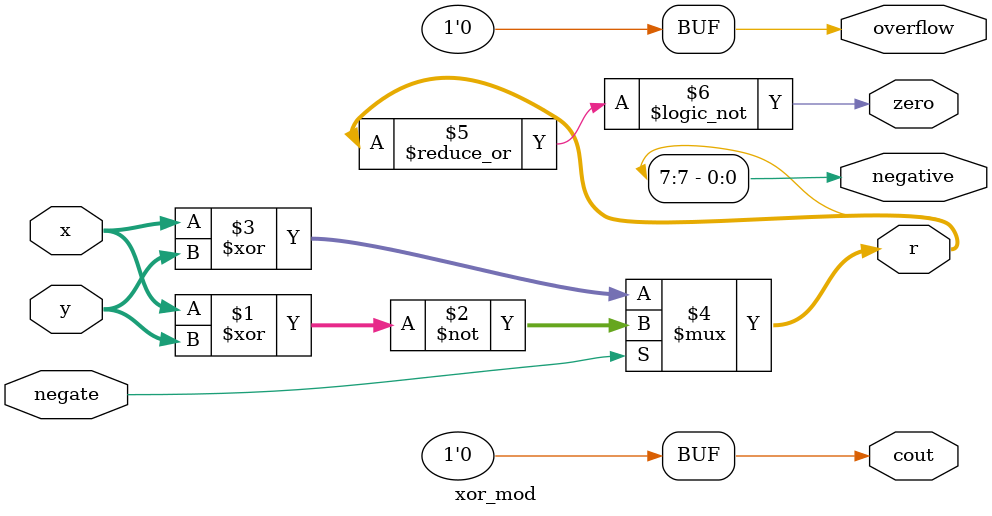
<source format=v>
module and_mod(x,y,r, negate, negative, zero, cout, overflow); //negate accounts for nand operaton 
	parameter WIDTH = 8; 
	input [WIDTH-1:0] x,y; 
	output [WIDTH-1:0] r; 
	input negate; 
	output negative, zero, cout, overflow; 
	assign r = negate? ~(x&y) : (x&y); 
	assign negative = r[WIDTH-1];  
	assign zero = ~|r; 
	assign cout = 0; 
	assign overflow = 0; 
endmodule 



//Extensible NOT operation
module not_mod(x,r, negative, zero, cout, overflow);
	parameter WIDTH = 8; 
	input [WIDTH-1:0] x; 
	output [WIDTH-1:0] r; 
	output negative, zero, cout, overflow;
	
	assign r = ~x;
	assign negative = r[WIDTH-1];  
	assign zero = ~|r; 
	assign cout = 0; 
	assign overflow = 0; 
endmodule
	
	
//Extensible OR operation 
module or_mod(x,y,r,negate, negative, zero, cout, overflow); //negate accounts for nor operation
	parameter WIDTH = 8; 
	input [WIDTH-1:0] x,y; 
	input negate; 
	output [WIDTH-1:0] r; 
	output negative, zero, cout, overflow;
	assign r = negate? ~(x|y) : (x|y); 
	assign negative = r[WIDTH-1]; 
	assign zero = ~|r; 
	assign cout = 0; 
	assign overflow = 0; 
endmodule 

module xor_mod(x,y,r,negate, negative, zero, cout, overflow); //negate accounts for xnor operation 
	parameter WIDTH = 8; 
	input [WIDTH-1:0] x,y; 
	input negate; 
	output [WIDTH-1:0] r; 
	output negative, zero, cout, overflow; 

	assign r = negate? ~(x^y) : (x^y); 
	assign negative = r[WIDTH-1]; 
	assign zero = ~|r; 
	assign cout = 0; 
	assign overflow = 0; 
endmodule 
</source>
